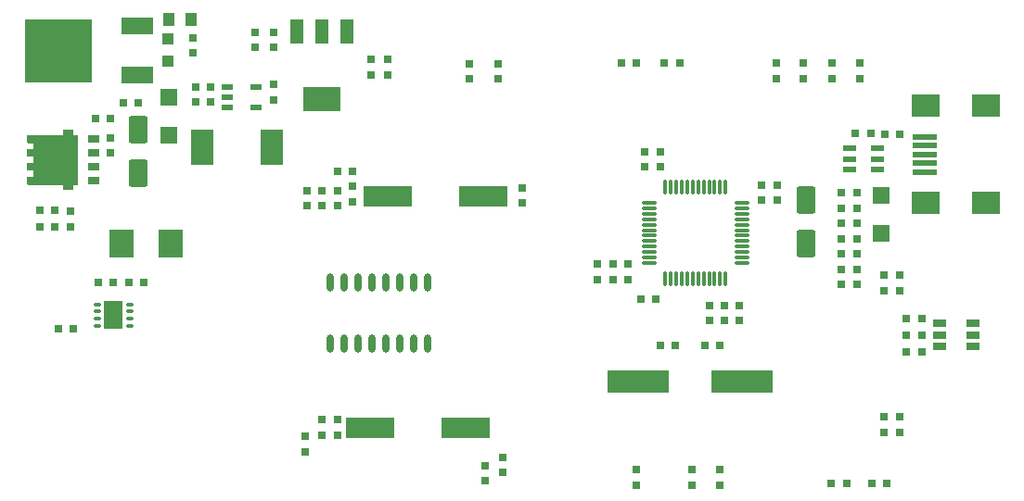
<source format=gtp>
%FSLAX43Y43*%
%MOMM*%
G71*
G01*
G75*
G04 Layer_Color=8421504*
%ADD10R,1.270X0.508*%
%ADD11R,0.762X0.762*%
%ADD12R,2.160X2.500*%
%ADD13R,0.762X0.762*%
%ADD14R,2.300X0.500*%
%ADD15R,2.500X2.000*%
%ADD16R,6.200X5.800*%
%ADD17R,3.000X1.600*%
G04:AMPARAMS|DCode=18|XSize=2.5mm|YSize=1.7mm|CornerRadius=0.212mm|HoleSize=0mm|Usage=FLASHONLY|Rotation=90.000|XOffset=0mm|YOffset=0mm|HoleType=Round|Shape=RoundedRectangle|*
%AMROUNDEDRECTD18*
21,1,2.500,1.275,0,0,90.0*
21,1,2.075,1.700,0,0,90.0*
1,1,0.425,0.637,1.038*
1,1,0.425,0.637,-1.038*
1,1,0.425,-0.637,-1.038*
1,1,0.425,-0.637,1.038*
%
%ADD18ROUNDEDRECTD18*%
%ADD19R,1.524X1.524*%
%ADD20R,2.032X3.175*%
%ADD21R,1.000X1.000*%
%ADD22R,1.016X1.270*%
%ADD23R,3.500X2.200*%
%ADD24R,1.200X2.200*%
%ADD25R,1.100X0.600*%
%ADD26O,0.650X1.650*%
%ADD27R,5.600X2.100*%
%ADD28O,1.450X0.300*%
%ADD29O,0.300X1.450*%
%ADD30R,1.200X0.750*%
%ADD31R,1.700X2.500*%
%ADD32O,0.800X0.350*%
%ADD33R,4.400X1.900*%
%ADD34R,1.000X0.750*%
%ADD35C,0.203*%
%ADD36C,0.254*%
%ADD37C,0.406*%
%ADD38C,0.762*%
%ADD39C,0.508*%
%ADD40R,1.702X1.270*%
%ADD41R,2.667X3.302*%
%ADD42R,4.318X4.953*%
%ADD43R,2.667X15.240*%
%ADD44R,4.953X5.588*%
%ADD45R,6.604X3.556*%
%ADD46R,2.540X2.540*%
%ADD47R,1.219X0.635*%
%ADD48R,12.192X5.588*%
%ADD49R,9.119X4.715*%
%ADD50R,10.160X2.286*%
%ADD51R,4.826X5.588*%
%ADD52R,1.270X9.652*%
%ADD53R,10.262X8.890*%
%ADD54R,9.906X8.890*%
%ADD55R,1.270X13.589*%
%ADD56R,11.430X3.683*%
%ADD57R,11.836X3.683*%
%ADD58R,11.811X3.683*%
%ADD59R,1.270X11.303*%
%ADD60R,2.540X5.842*%
%ADD61R,4.064X14.732*%
%ADD62R,12.040X3.708*%
%ADD63R,2.413X8.128*%
%ADD64R,4.064X12.294*%
%ADD65R,37.160X3.708*%
%ADD66R,4.064X3.683*%
%ADD67R,2.413X3.175*%
%ADD68R,2.921X13.589*%
%ADD69R,4.826X4.064*%
%ADD70R,2.921X21.234*%
%ADD71R,0.889X0.762*%
%ADD72R,3.048X3.556*%
%ADD73R,5.461X3.302*%
%ADD74R,9.271X8.001*%
%ADD75R,4.953X8.890*%
%ADD76R,1.803X17.018*%
%ADD77C,6.500*%
%ADD78R,1.778X1.778*%
%ADD79C,1.778*%
%ADD80R,2.200X2.200*%
%ADD81C,2.200*%
%ADD82C,2.700*%
%ADD83R,2.700X2.700*%
%ADD84R,2.200X2.200*%
%ADD85C,0.900*%
%ADD86R,1.524X1.524*%
%ADD87C,1.524*%
%ADD88C,1.500*%
%ADD89C,0.700*%
%ADD90C,1.000*%
%ADD91C,0.500*%
%ADD92R,4.191X5.588*%
%ADD93R,6.604X3.048*%
%ADD94R,13.208X3.048*%
%ADD95R,1.270X2.794*%
%ADD96R,4.572X6.858*%
%ADD97R,2.794X17.018*%
%ADD98R,22.860X2.921*%
%ADD99R,2.921X18.796*%
%ADD100R,17.856X6.096*%
%ADD101R,6.350X12.700*%
%ADD102R,15.494X5.842*%
%ADD103C,0.250*%
%ADD104C,0.100*%
%ADD105C,0.600*%
%ADD106C,0.127*%
%ADD107C,0.025*%
%ADD108C,0.203*%
%ADD109C,0.102*%
%ADD110C,0.200*%
%ADD111C,0.152*%
%ADD112C,0.229*%
%ADD113R,0.762X0.500*%
%ADD114R,2.530X2.540*%
%ADD115R,0.500X1.000*%
G36*
X12843Y37586D02*
X13268D01*
Y33026D01*
X12843D01*
Y32531D01*
X11938D01*
Y33026D01*
X8738D01*
Y33776D01*
X9213D01*
Y36836D01*
X8738D01*
Y37586D01*
X11938D01*
Y38081D01*
X12843D01*
Y37586D01*
D02*
G37*
D10*
X83698Y34441D02*
D03*
X83713Y35391D02*
D03*
X83698Y36346D02*
D03*
X86238Y34441D02*
D03*
Y36346D02*
D03*
X86238Y35381D02*
D03*
D11*
X66802Y44196D02*
D03*
X68199D02*
D03*
X62865D02*
D03*
X64262D02*
D03*
X11485Y19829D02*
D03*
X12882D02*
D03*
X9779Y29210D02*
D03*
X11176D02*
D03*
X9779Y30734D02*
D03*
X11176D02*
D03*
X15113Y24130D02*
D03*
X16510D02*
D03*
X17907D02*
D03*
X19304D02*
D03*
X14859Y39116D02*
D03*
X16256D02*
D03*
X17399Y40513D02*
D03*
X18796D02*
D03*
X24003Y41986D02*
D03*
X25400D02*
D03*
X24003Y40589D02*
D03*
X25400D02*
D03*
X36957Y34290D02*
D03*
X38354D02*
D03*
X62103Y24384D02*
D03*
X63500D02*
D03*
X64643Y22606D02*
D03*
X66040D02*
D03*
X62103Y25781D02*
D03*
X63500D02*
D03*
X66421Y18339D02*
D03*
X67818D02*
D03*
X70485D02*
D03*
X71882D02*
D03*
X84238Y37691D02*
D03*
X85635D02*
D03*
X86923Y37679D02*
D03*
X88320D02*
D03*
X82042Y5715D02*
D03*
X83439D02*
D03*
X85725D02*
D03*
X87122D02*
D03*
X88900Y17780D02*
D03*
X90297D02*
D03*
X88900Y19304D02*
D03*
X90297D02*
D03*
X88900Y20828D02*
D03*
X90297D02*
D03*
X82986Y23912D02*
D03*
X84383D02*
D03*
X82986Y25309D02*
D03*
X84383D02*
D03*
X82986Y26706D02*
D03*
X84383D02*
D03*
X82986Y28103D02*
D03*
X84383D02*
D03*
X82986Y29500D02*
D03*
X84383D02*
D03*
X82986Y30897D02*
D03*
X84383D02*
D03*
X82982Y32309D02*
D03*
X84379D02*
D03*
D12*
X17272Y27686D02*
D03*
X21722D02*
D03*
D13*
X12573Y29210D02*
D03*
Y30607D02*
D03*
X50419Y7366D02*
D03*
Y5969D02*
D03*
X52070Y8128D02*
D03*
Y6731D02*
D03*
X34036Y8611D02*
D03*
Y10008D02*
D03*
X35560Y10160D02*
D03*
Y11557D02*
D03*
X36957Y10160D02*
D03*
Y11557D02*
D03*
X49042Y42690D02*
D03*
Y44087D02*
D03*
X51642Y42690D02*
D03*
Y44087D02*
D03*
X84622Y42736D02*
D03*
Y44133D02*
D03*
X82122Y42736D02*
D03*
Y44133D02*
D03*
X77022Y42736D02*
D03*
Y44133D02*
D03*
X79522Y42736D02*
D03*
Y44133D02*
D03*
X16256Y35941D02*
D03*
Y37338D02*
D03*
X23749Y45085D02*
D03*
Y46482D02*
D03*
X31115Y40818D02*
D03*
Y42215D02*
D03*
X29464Y45593D02*
D03*
Y46990D02*
D03*
X31115Y45593D02*
D03*
Y46990D02*
D03*
X40056Y43104D02*
D03*
Y44501D02*
D03*
X41580Y43104D02*
D03*
Y44501D02*
D03*
X35560Y31115D02*
D03*
Y32512D02*
D03*
X34163Y31115D02*
D03*
Y32512D02*
D03*
X36957Y31115D02*
D03*
Y32512D02*
D03*
X38354Y31496D02*
D03*
Y32893D02*
D03*
X53848Y31369D02*
D03*
Y32766D02*
D03*
X60706Y24384D02*
D03*
Y25781D02*
D03*
X64262Y5588D02*
D03*
Y6985D02*
D03*
X69342Y5588D02*
D03*
Y6985D02*
D03*
X71882Y5588D02*
D03*
Y6985D02*
D03*
X73685Y20625D02*
D03*
Y22022D02*
D03*
X72288Y20625D02*
D03*
Y22022D02*
D03*
X70917Y20625D02*
D03*
Y22022D02*
D03*
X75692Y31623D02*
D03*
Y33020D02*
D03*
X77089Y31623D02*
D03*
Y33020D02*
D03*
X86868Y10414D02*
D03*
Y11811D02*
D03*
X88265Y10414D02*
D03*
Y11811D02*
D03*
X86868Y23368D02*
D03*
Y24765D02*
D03*
X88265Y23368D02*
D03*
Y24765D02*
D03*
X65024Y34671D02*
D03*
Y36068D02*
D03*
X66421Y34671D02*
D03*
Y36068D02*
D03*
D14*
X90538Y34214D02*
D03*
Y35814D02*
D03*
Y35014D02*
D03*
Y37414D02*
D03*
Y36614D02*
D03*
D15*
X90638Y31364D02*
D03*
Y40264D02*
D03*
X96138Y31364D02*
D03*
Y40264D02*
D03*
D16*
X11489Y45303D02*
D03*
D17*
X18669Y43053D02*
D03*
Y47553D02*
D03*
D18*
X18796Y38068D02*
D03*
Y34068D02*
D03*
X79781Y27642D02*
D03*
Y31642D02*
D03*
D19*
X21590Y37592D02*
D03*
Y41021D02*
D03*
X86618Y28611D02*
D03*
Y32040D02*
D03*
D20*
X24638Y36449D02*
D03*
X30988D02*
D03*
D21*
X21463Y44355D02*
D03*
Y46355D02*
D03*
D22*
X21539Y48184D02*
D03*
X23571D02*
D03*
D23*
X35560Y40842D02*
D03*
D24*
X33260Y47042D02*
D03*
X35560D02*
D03*
X37860D02*
D03*
D25*
X26894Y40071D02*
D03*
Y41021D02*
D03*
Y41971D02*
D03*
X29494Y40071D02*
D03*
Y41971D02*
D03*
D26*
X36297Y18486D02*
D03*
X37567D02*
D03*
X36297Y24136D02*
D03*
X37567D02*
D03*
X41377Y18486D02*
D03*
X42647D02*
D03*
X38837D02*
D03*
X40107D02*
D03*
X43917D02*
D03*
X45187D02*
D03*
X38837Y24136D02*
D03*
X40107D02*
D03*
X45187D02*
D03*
X41377D02*
D03*
X43917D02*
D03*
X42647D02*
D03*
D27*
X64389Y15037D02*
D03*
X73889D02*
D03*
D28*
X65422Y25876D02*
D03*
Y26376D02*
D03*
Y27876D02*
D03*
Y28376D02*
D03*
Y26876D02*
D03*
Y27376D02*
D03*
Y29876D02*
D03*
Y30376D02*
D03*
Y28876D02*
D03*
Y29376D02*
D03*
Y30876D02*
D03*
Y31376D02*
D03*
X73872Y26876D02*
D03*
Y27376D02*
D03*
Y25876D02*
D03*
Y26376D02*
D03*
Y27876D02*
D03*
Y29376D02*
D03*
Y29876D02*
D03*
Y28376D02*
D03*
Y28876D02*
D03*
Y30376D02*
D03*
Y31376D02*
D03*
Y30876D02*
D03*
D29*
X66897Y24401D02*
D03*
X68397D02*
D03*
X67897D02*
D03*
X67397D02*
D03*
X66897Y32851D02*
D03*
X68397D02*
D03*
X67397D02*
D03*
X67897D02*
D03*
X71397Y24401D02*
D03*
X70897D02*
D03*
X72397D02*
D03*
X71897D02*
D03*
X69397D02*
D03*
X68897D02*
D03*
X70397D02*
D03*
X69897D02*
D03*
X68897Y32851D02*
D03*
X69397D02*
D03*
X70397D02*
D03*
X69897D02*
D03*
X71397D02*
D03*
X70897D02*
D03*
X72397D02*
D03*
X71897D02*
D03*
D30*
X91972Y18229D02*
D03*
Y19304D02*
D03*
Y20379D02*
D03*
X94972Y18229D02*
D03*
X94972Y20379D02*
D03*
Y19304D02*
D03*
D31*
X16514Y21124D02*
D03*
D32*
X18014Y22099D02*
D03*
Y21449D02*
D03*
Y20799D02*
D03*
Y20149D02*
D03*
X15014Y22099D02*
D03*
Y21449D02*
D03*
Y20799D02*
D03*
Y20149D02*
D03*
D33*
X39948Y10770D02*
D03*
X48648D02*
D03*
X41592Y32004D02*
D03*
X50292D02*
D03*
D34*
X9143Y33401D02*
D03*
Y34671D02*
D03*
Y35941D02*
D03*
Y37211D02*
D03*
X14733Y33401D02*
D03*
Y34671D02*
D03*
Y35941D02*
D03*
Y37211D02*
D03*
M02*

</source>
